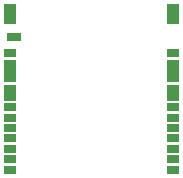
<source format=gbr>
%TF.GenerationSoftware,KiCad,Pcbnew,9.0.1+dfsg-1*%
%TF.CreationDate,2025-05-01T11:04:40+02:00*%
%TF.ProjectId,sim-and-sd-card,73696d2d-616e-4642-9d73-642d63617264,rev?*%
%TF.SameCoordinates,Original*%
%TF.FileFunction,Paste,Top*%
%TF.FilePolarity,Positive*%
%FSLAX46Y46*%
G04 Gerber Fmt 4.6, Leading zero omitted, Abs format (unit mm)*
G04 Created by KiCad (PCBNEW 9.0.1+dfsg-1) date 2025-05-01 11:04:40*
%MOMM*%
%LPD*%
G01*
G04 APERTURE LIST*
%ADD10R,1.000000X1.340000*%
%ADD11R,1.000000X1.940000*%
%ADD12R,1.000000X1.800000*%
%ADD13R,1.000000X1.350000*%
%ADD14R,1.200000X0.700000*%
%ADD15R,1.000000X0.700000*%
G04 APERTURE END LIST*
D10*
%TO.C,J1*%
X52705400Y-50970200D03*
D11*
X52705400Y-49130200D03*
D12*
X52705400Y-44320200D03*
X66515400Y-44320200D03*
D11*
X66515400Y-49130200D03*
D13*
X66515400Y-50970200D03*
D14*
X53005400Y-46205200D03*
D15*
X66515400Y-57460200D03*
X66515400Y-56580200D03*
X52705400Y-56580200D03*
X52705400Y-57460200D03*
X66515400Y-53940200D03*
X66515400Y-55700200D03*
X52705400Y-55700200D03*
X52705400Y-53940200D03*
X66515400Y-47620200D03*
X66515400Y-52180200D03*
X66515400Y-53060200D03*
X66515400Y-54820200D03*
X52705400Y-54820200D03*
X52705400Y-53060200D03*
X52705400Y-52180200D03*
X52705400Y-47620200D03*
%TD*%
M02*

</source>
